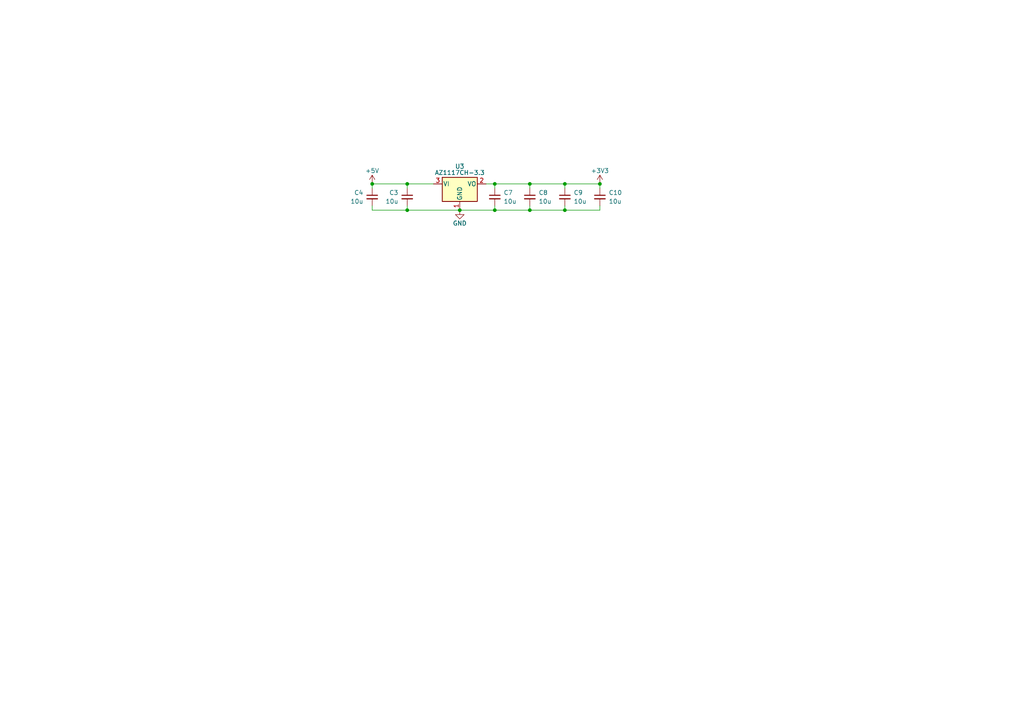
<source format=kicad_sch>
(kicad_sch (version 20230121) (generator eeschema)
  (paper "A4")
  (title_block (title "WarpSE (GW4410A)") (date "2024-03-27") (rev "1.0") (company "Garrett's Workshop"))
  (lib_symbols
    (symbol "Device:C_Small" (pin_numbers hide) (pin_names (offset 0.254) hide)
      (property "Reference" "C" (at 0.254 1.778 0))
      (property "Value" "C_Small" (at 0.254 -2.032 0))
      (symbol "C_Small_0_1"
        (polyline (pts (xy -1.524 -0.508) (xy 1.524 -0.508)) (stroke (width 0.3302)))
        (polyline (pts (xy -1.524 0.508) (xy 1.524 0.508)) (stroke (width 0.3048)))
      )
      (symbol "C_Small_1_1"
        (pin passive line (at 0 2.54 270) (length 2.032) (name "~") (number "1"))
        (pin passive line (at 0 -2.54 90) (length 2.032) (name "~") (number "2"))
      )
    )
    (symbol "Regulator_Linear:AP1117-33" (pin_names (offset 0.254))
      (property "Reference" "U" (at -3.81 3.175 0))
      (property "Value" "AP1117-33" (at 0 3.175 0))
      (symbol "AP1117-33_0_1"
        (rectangle (start -5.08 -5.08) (end 5.08 1.905) (stroke (width 0.254)) (fill (type background)))
      )
      (symbol "AP1117-33_1_1"
        (pin power_in line (at 0 -7.62 90) (length 2.54) (name "GND") (number "1"))
        (pin power_out line (at 7.62 0 180) (length 2.54) (name "VO") (number "2"))
        (pin power_in line (at -7.62 0 0) (length 2.54) (name "VI") (number "3"))
      )
    )
    (symbol "power:+3V3" (power) (pin_names (offset 0))
      (property "Value" "+3V3" (at 0 3.556 0))
      (symbol "+3V3_0_1"
        (polyline (pts (xy -0.762 1.27) (xy 0 2.54)))
        (polyline (pts (xy 0 0) (xy 0 2.54)))
        (polyline (pts (xy 0 2.54) (xy 0.762 1.27)))
      )
      (symbol "+3V3_1_1"
        (pin power_in line (at 0 0 90) (length 0) hide (name "+3V3") (number "1"))
      )
    )
    (symbol "power:+5V" (power) (pin_names (offset 0))
      (property "Value" "+5V" (at 0 3.556 0))
      (symbol "+5V_0_1"
        (polyline (pts (xy -0.762 1.27) (xy 0 2.54)))
        (polyline (pts (xy 0 0) (xy 0 2.54)))
        (polyline (pts (xy 0 2.54) (xy 0.762 1.27)))
      )
      (symbol "+5V_1_1"
        (pin power_in line (at 0 0 90) (length 0) hide (name "+5V") (number "1"))
      )
    )
    (symbol "power:GND" (power) (pin_names (offset 0))
      (property "Value" "GND" (at 0 -3.81 0))
      (symbol "GND_0_1"
        (polyline (pts (xy 0 0) (xy 0 -1.27) (xy 1.27 -1.27) (xy 0 -2.54) (xy -1.27 -1.27) (xy 0 -1.27)))
      )
      (symbol "GND_1_1"
        (pin power_in line (at 0 0 270) (length 0) hide (name "GND") (number "1"))
      )
    )
  )
  (junction (at 153.67 60.96))
  (junction (at 133.35 60.96))
  (junction (at 163.83 60.96))
  (junction (at 118.11 60.96))
  (junction (at 153.67 53.34))
  (junction (at 143.51 53.34))
  (junction (at 107.95 53.34))
  (junction (at 118.11 53.34))
  (junction (at 173.99 53.34))
  (junction (at 163.83 53.34))
  (junction (at 143.51 60.96))
  (wire (pts (xy 163.83 53.34) (xy 173.99 53.34)))
  (wire (pts (xy 163.83 60.96) (xy 153.67 60.96)))
  (wire (pts (xy 133.35 60.96) (xy 143.51 60.96)))
  (wire (pts (xy 153.67 53.34) (xy 163.83 53.34)))
  (wire (pts (xy 118.11 53.34) (xy 107.95 53.34)))
  (wire (pts (xy 118.11 53.34) (xy 125.73 53.34)))
  (wire (pts (xy 107.95 60.96) (xy 118.11 60.96)))
  (wire (pts (xy 118.11 59.69) (xy 118.11 60.96)))
  (wire (pts (xy 107.95 53.34) (xy 107.95 54.61)))
  (wire (pts (xy 153.67 59.69) (xy 153.67 60.96)))
  (wire (pts (xy 163.83 59.69) (xy 163.83 60.96)))
  (wire (pts (xy 163.83 53.34) (xy 163.83 54.61)))
  (wire (pts (xy 153.67 53.34) (xy 153.67 54.61)))
  (wire (pts (xy 107.95 59.69) (xy 107.95 60.96)))
  (wire (pts (xy 143.51 60.96) (xy 143.51 59.69)))
  (wire (pts (xy 173.99 59.69) (xy 173.99 60.96)))
  (wire (pts (xy 140.97 53.34) (xy 143.51 53.34)))
  (wire (pts (xy 173.99 53.34) (xy 173.99 54.61)))
  (wire (pts (xy 118.11 60.96) (xy 133.35 60.96)))
  (wire (pts (xy 143.51 53.34) (xy 143.51 54.61)))
  (wire (pts (xy 118.11 53.34) (xy 118.11 54.61)))
  (wire (pts (xy 153.67 60.96) (xy 143.51 60.96)))
  (wire (pts (xy 143.51 53.34) (xy 153.67 53.34)))
  (wire (pts (xy 173.99 60.96) (xy 163.83 60.96)))
  (symbol (lib_id "Regulator_Linear:AP1117-33") (at 133.35 53.34 0) (unit 1)
    (property "Reference" "U3" (at 133.35 48.26 0))
    (property "Value" "AZ1117CH-3.3" (at 133.35 50.8 0) (effects (justify bottom)))
    (property "Footprint" "stdpads:SOT-223" (effects hide))
    (property "Datasheet" "http://www.diodes.com/datasheets/AP1117.pdf" (effects hide))
    (property "LCSC Part" "C108494" (effects hide))
  )
  (symbol (lib_id "power:+5V") (at 107.95 53.34 0) (unit 1)
    (property "Reference" "#PWR0129" (effects hide))
    (property "Value" "+5V" (at 107.95 49.53 0))
  )
  (symbol (lib_id "power:GND") (at 133.35 60.96 0) (unit 1)
    (property "Reference" "#PWR0130" (effects hide))
    (property "Value" "GND" (at 133.35 64.77 0))
  )
  (symbol (lib_id "Device:C_Small") (at 118.11 57.15 0) (unit 1)
    (property "Reference" "C3" (at 115.57 55.88 0) (effects (justify right)))
    (property "Value" "10u" (at 115.57 58.42 0) (effects (justify right)))
    (property "Footprint" "stdpads:C_0805" (effects hide))
    (property "LCSC Part" "C15850" (effects hide))
  )
  (symbol (lib_id "Device:C_Small") (at 143.51 57.15 0) (mirror y) (unit 1)
    (property "Reference" "C7" (at 146.05 55.88 0) (effects (justify right)))
    (property "Value" "10u" (at 146.05 58.42 0) (effects (justify right)))
    (property "Footprint" "stdpads:C_0805" (effects hide))
    (property "LCSC Part" "C15850" (effects hide))
  )
  (symbol (lib_id "Device:C_Small") (at 153.67 57.15 0) (mirror y) (unit 1)
    (property "Reference" "C8" (at 156.21 55.88 0) (effects (justify right)))
    (property "Value" "10u" (at 156.21 58.42 0) (effects (justify right)))
    (property "Footprint" "stdpads:C_0805" (effects hide))
    (property "LCSC Part" "C15850" (effects hide))
  )
  (symbol (lib_id "Device:C_Small") (at 163.83 57.15 0) (mirror y) (unit 1)
    (property "Reference" "C9" (at 166.37 55.88 0) (effects (justify right)))
    (property "Value" "10u" (at 166.37 58.42 0) (effects (justify right)))
    (property "Footprint" "stdpads:C_0805" (effects hide))
    (property "LCSC Part" "C15850" (effects hide))
  )
  (symbol (lib_id "power:+3V3") (at 173.99 53.34 0) (unit 1)
    (property "Reference" "#PWR025" (effects hide))
    (property "Value" "+3V3" (at 173.99 49.53 0))
  )
  (symbol (lib_id "Device:C_Small") (at 107.95 57.15 0) (unit 1)
    (property "Reference" "C4" (at 105.41 55.88 0) (effects (justify right)))
    (property "Value" "10u" (at 105.41 58.42 0) (effects (justify right)))
    (property "Footprint" "stdpads:C_0805" (effects hide))
    (property "LCSC Part" "C15850" (effects hide))
  )
  (symbol (lib_id "Device:C_Small") (at 173.99 57.15 0) (mirror y) (unit 1)
    (property "Reference" "C10" (at 176.53 55.88 0) (effects (justify right)))
    (property "Value" "10u" (at 176.53 58.42 0) (effects (justify right)))
    (property "Footprint" "stdpads:C_0805" (effects hide))
    (property "LCSC Part" "C15850" (effects hide))
  )
)
</source>
